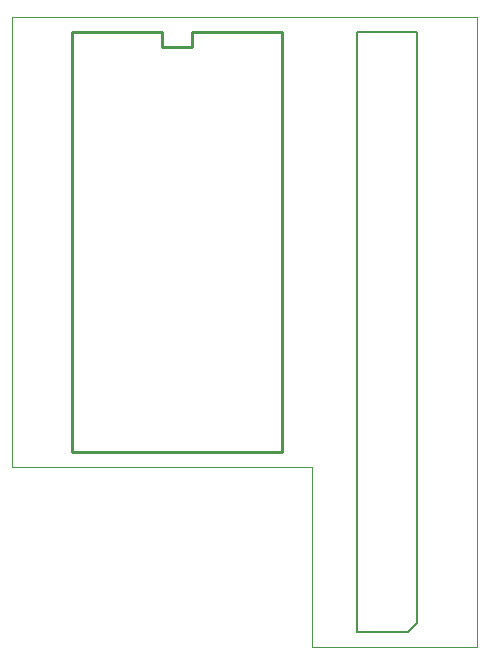
<source format=gto>
G04 (created by PCBNEW (2013-07-07 BZR 4022)-stable) date 8/19/2015 9:17:48 PM*
%MOIN*%
G04 Gerber Fmt 3.4, Leading zero omitted, Abs format*
%FSLAX34Y34*%
G01*
G70*
G90*
G04 APERTURE LIST*
%ADD10C,0.00590551*%
%ADD11C,0.00393701*%
%ADD12C,0.01*%
G04 APERTURE END LIST*
G54D10*
G54D11*
X75000Y-61000D02*
X75000Y-46000D01*
X85000Y-61000D02*
X75000Y-61000D01*
X85000Y-67000D02*
X85000Y-61000D01*
X90500Y-67000D02*
X85000Y-67000D01*
X90500Y-46000D02*
X90500Y-67000D01*
X75000Y-46000D02*
X90500Y-46000D01*
G54D12*
X77000Y-46500D02*
X77000Y-60500D01*
X77000Y-60500D02*
X84000Y-60500D01*
X84000Y-60500D02*
X84000Y-46500D01*
X84000Y-46500D02*
X81000Y-46500D01*
X81000Y-46500D02*
X81000Y-47000D01*
X81000Y-47000D02*
X80000Y-47000D01*
X80000Y-47000D02*
X80000Y-46500D01*
X80000Y-46500D02*
X77000Y-46500D01*
G54D10*
X86500Y-66500D02*
X86500Y-46500D01*
X86500Y-46500D02*
X88500Y-46500D01*
X88500Y-46500D02*
X88500Y-66200D01*
X88500Y-66200D02*
X88200Y-66500D01*
X88200Y-66500D02*
X86500Y-66500D01*
M02*

</source>
